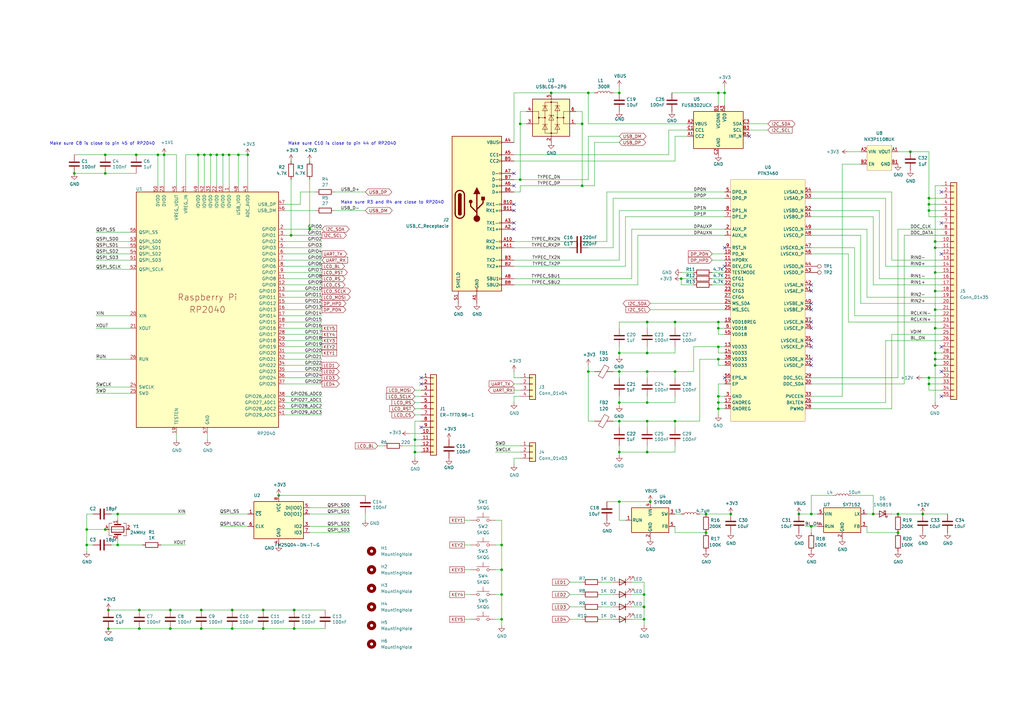
<source format=kicad_sch>
(kicad_sch (version 20210126) (generator eeschema)
  (paper "A3")
  (title_block (title "PenabledDisplay") (date "2021-03-08") (rev "R0.1") (company "Wenting Zhang") (comment 1 "zephray@outlook.com"))
  (junction (at 30.48 71.12) (diameter 0.9144))
  (junction (at 35.56 217.17) (diameter 0.9144))
  (junction (at 35.56 223.52) (diameter 0.9144))
  (junction (at 43.18 63.5) (diameter 0.9144))
  (junction (at 43.18 71.12) (diameter 0.9144))
  (junction (at 43.18 217.17) (diameter 0.9144))
  (junction (at 44.45 250.19) (diameter 0.9144))
  (junction (at 44.45 257.81) (diameter 0.9144))
  (junction (at 48.26 210.82) (diameter 0.9144))
  (junction (at 48.26 223.52) (diameter 0.9144))
  (junction (at 55.88 63.5) (diameter 0.9144))
  (junction (at 57.15 250.19) (diameter 0.9144))
  (junction (at 57.15 257.81) (diameter 0.9144))
  (junction (at 64.77 63.5) (diameter 0.9144))
  (junction (at 67.31 63.5) (diameter 0.9144))
  (junction (at 69.85 250.19) (diameter 0.9144))
  (junction (at 69.85 257.81) (diameter 0.9144))
  (junction (at 81.28 63.5) (diameter 0.9144))
  (junction (at 82.55 250.19) (diameter 0.9144))
  (junction (at 82.55 257.81) (diameter 0.9144))
  (junction (at 83.82 63.5) (diameter 0.9144))
  (junction (at 86.36 63.5) (diameter 0.9144))
  (junction (at 88.9 63.5) (diameter 0.9144))
  (junction (at 91.44 63.5) (diameter 0.9144))
  (junction (at 93.98 63.5) (diameter 0.9144))
  (junction (at 95.25 250.19) (diameter 0.9144))
  (junction (at 95.25 257.81) (diameter 0.9144))
  (junction (at 97.79 63.5) (diameter 0.9144))
  (junction (at 101.6 63.5) (diameter 0.9144))
  (junction (at 107.95 250.19) (diameter 0.9144))
  (junction (at 107.95 257.81) (diameter 0.9144))
  (junction (at 114.3 203.2) (diameter 0.9144))
  (junction (at 119.38 96.52) (diameter 0.9144))
  (junction (at 120.65 250.19) (diameter 0.9144))
  (junction (at 120.65 257.81) (diameter 0.9144))
  (junction (at 127 93.98) (diameter 0.9144))
  (junction (at 170.18 180.34) (diameter 0.9144))
  (junction (at 170.18 185.42) (diameter 0.9144))
  (junction (at 205.74 223.52) (diameter 0.9144))
  (junction (at 205.74 233.68) (diameter 0.9144))
  (junction (at 205.74 243.84) (diameter 0.9144))
  (junction (at 205.74 254) (diameter 0.9144))
  (junction (at 213.36 50.8) (diameter 0.9144))
  (junction (at 213.36 73.66) (diameter 0.9144))
  (junction (at 226.06 38.1) (diameter 0.9144))
  (junction (at 238.76 50.8) (diameter 0.9144))
  (junction (at 238.76 76.2) (diameter 0.9144))
  (junction (at 241.3 38.1) (diameter 0.9144))
  (junction (at 241.3 152.4) (diameter 0.9144))
  (junction (at 254 38.1) (diameter 0.9144))
  (junction (at 254 144.78) (diameter 0.9144))
  (junction (at 254 152.4) (diameter 0.9144))
  (junction (at 254 165.1) (diameter 0.9144))
  (junction (at 254 172.72) (diameter 0.9144))
  (junction (at 254 185.42) (diameter 0.9144))
  (junction (at 254 205.74) (diameter 0.9144))
  (junction (at 264.16 243.84) (diameter 0.9144))
  (junction (at 264.16 248.92) (diameter 0.9144))
  (junction (at 264.16 254) (diameter 0.9144))
  (junction (at 265.43 132.08) (diameter 0.9144))
  (junction (at 265.43 144.78) (diameter 0.9144))
  (junction (at 265.43 152.4) (diameter 0.9144))
  (junction (at 265.43 165.1) (diameter 0.9144))
  (junction (at 265.43 172.72) (diameter 0.9144))
  (junction (at 265.43 185.42) (diameter 0.9144))
  (junction (at 266.7 205.74) (diameter 0.9144))
  (junction (at 276.86 132.08) (diameter 0.9144))
  (junction (at 276.86 152.4) (diameter 0.9144))
  (junction (at 276.86 172.72) (diameter 0.9144))
  (junction (at 279.4 114.3) (diameter 0.9144))
  (junction (at 289.56 210.82) (diameter 0.9144))
  (junction (at 289.56 218.44) (diameter 0.9144))
  (junction (at 294.64 38.1) (diameter 0.9144))
  (junction (at 294.64 132.08) (diameter 0.9144))
  (junction (at 294.64 134.62) (diameter 0.9144))
  (junction (at 294.64 142.24) (diameter 0.9144))
  (junction (at 294.64 147.32) (diameter 0.9144))
  (junction (at 294.64 162.56) (diameter 0.9144))
  (junction (at 294.64 165.1) (diameter 0.9144))
  (junction (at 294.64 167.64) (diameter 0.9144))
  (junction (at 297.18 38.1) (diameter 0.9144))
  (junction (at 299.72 210.82) (diameter 0.9144))
  (junction (at 327.66 210.82) (diameter 0.9144))
  (junction (at 332.74 210.82) (diameter 0.9144))
  (junction (at 332.74 215.9) (diameter 0.9144))
  (junction (at 358.14 210.82) (diameter 0.9144))
  (junction (at 368.3 210.82) (diameter 0.9144))
  (junction (at 368.3 218.44) (diameter 0.9144))
  (junction (at 373.38 62.23) (diameter 0.9144))
  (junction (at 378.46 210.82) (diameter 0.9144))
  (junction (at 381 81.28) (diameter 0.9144))
  (junction (at 381 83.82) (diameter 0.9144))
  (junction (at 381 86.36) (diameter 0.9144))
  (junction (at 381 154.94) (diameter 0.9144))
  (junction (at 381 157.48) (diameter 0.9144))
  (junction (at 383.54 99.06) (diameter 0.9144))
  (junction (at 383.54 101.6) (diameter 0.9144))
  (junction (at 383.54 111.76) (diameter 0.9144))
  (junction (at 383.54 119.38) (diameter 0.9144))
  (junction (at 383.54 127) (diameter 0.9144))
  (junction (at 383.54 134.62) (diameter 0.9144))
  (junction (at 383.54 144.78) (diameter 0.9144))
  (junction (at 383.54 147.32) (diameter 0.9144))
  (junction (at 383.54 149.86) (diameter 0.9144))
  (no_connect (at 172.72 154.94))
  (no_connect (at 172.72 157.48))
  (no_connect (at 172.72 175.26))
  (no_connect (at 210.82 71.12))
  (no_connect (at 210.82 76.2))
  (no_connect (at 210.82 83.82))
  (no_connect (at 210.82 86.36))
  (no_connect (at 210.82 91.44))
  (no_connect (at 210.82 93.98))
  (no_connect (at 297.18 101.6))
  (no_connect (at 297.18 109.22))
  (no_connect (at 297.18 154.94))
  (no_connect (at 307.34 55.88))
  (no_connect (at 332.74 116.84))
  (no_connect (at 332.74 119.38))
  (no_connect (at 332.74 124.46))
  (no_connect (at 332.74 127))
  (no_connect (at 332.74 132.08))
  (no_connect (at 332.74 134.62))
  (no_connect (at 332.74 139.7))
  (no_connect (at 332.74 142.24))
  (no_connect (at 332.74 147.32))
  (no_connect (at 332.74 149.86))
  (no_connect (at 386.08 78.74))
  (no_connect (at 386.08 91.44))
  (no_connect (at 386.08 104.14))
  (no_connect (at 386.08 142.24))
  (no_connect (at 386.08 152.4))
  (no_connect (at 386.08 162.56))
  (wire (pts (xy 30.48 63.5) (xy 43.18 63.5)))
  (wire (pts (xy 30.48 71.12) (xy 43.18 71.12)))
  (wire (pts (xy 35.56 210.82) (xy 35.56 217.17)))
  (wire (pts (xy 35.56 217.17) (xy 35.56 223.52)))
  (wire (pts (xy 35.56 217.17) (xy 43.18 217.17)))
  (wire (pts (xy 35.56 223.52) (xy 35.56 226.06)))
  (wire (pts (xy 35.56 223.52) (xy 38.1 223.52)))
  (wire (pts (xy 38.1 210.82) (xy 35.56 210.82)))
  (wire (pts (xy 39.37 99.06) (xy 53.34 99.06)))
  (wire (pts (xy 39.37 101.6) (xy 53.34 101.6)))
  (wire (pts (xy 39.37 104.14) (xy 53.34 104.14)))
  (wire (pts (xy 39.37 106.68) (xy 53.34 106.68)))
  (wire (pts (xy 39.37 129.54) (xy 53.34 129.54)))
  (wire (pts (xy 39.37 147.32) (xy 53.34 147.32)))
  (wire (pts (xy 43.18 63.5) (xy 55.88 63.5)))
  (wire (pts (xy 43.18 71.12) (xy 55.88 71.12)))
  (wire (pts (xy 44.45 250.19) (xy 57.15 250.19)))
  (wire (pts (xy 44.45 257.81) (xy 57.15 257.81)))
  (wire (pts (xy 45.72 210.82) (xy 48.26 210.82)))
  (wire (pts (xy 48.26 210.82) (xy 76.2 210.82)))
  (wire (pts (xy 48.26 213.36) (xy 48.26 210.82)))
  (wire (pts (xy 48.26 220.98) (xy 48.26 223.52)))
  (wire (pts (xy 48.26 223.52) (xy 45.72 223.52)))
  (wire (pts (xy 53.34 95.25) (xy 39.37 95.25)))
  (wire (pts (xy 53.34 110.49) (xy 39.37 110.49)))
  (wire (pts (xy 53.34 134.62) (xy 39.37 134.62)))
  (wire (pts (xy 53.34 158.75) (xy 39.37 158.75)))
  (wire (pts (xy 53.34 161.29) (xy 39.37 161.29)))
  (wire (pts (xy 53.34 217.17) (xy 43.18 217.17)))
  (wire (pts (xy 55.88 63.5) (xy 64.77 63.5)))
  (wire (pts (xy 57.15 250.19) (xy 69.85 250.19)))
  (wire (pts (xy 57.15 257.81) (xy 69.85 257.81)))
  (wire (pts (xy 58.42 223.52) (xy 48.26 223.52)))
  (wire (pts (xy 64.77 63.5) (xy 64.77 76.2)))
  (wire (pts (xy 66.04 223.52) (xy 76.2 223.52)))
  (wire (pts (xy 67.31 63.5) (xy 64.77 63.5)))
  (wire (pts (xy 67.31 63.5) (xy 72.39 63.5)))
  (wire (pts (xy 67.31 76.2) (xy 67.31 63.5)))
  (wire (pts (xy 69.85 250.19) (xy 82.55 250.19)))
  (wire (pts (xy 69.85 257.81) (xy 82.55 257.81)))
  (wire (pts (xy 72.39 63.5) (xy 72.39 76.2)))
  (wire (pts (xy 72.39 177.8) (xy 72.39 180.34)))
  (wire (pts (xy 76.2 63.5) (xy 81.28 63.5)))
  (wire (pts (xy 76.2 76.2) (xy 76.2 63.5)))
  (wire (pts (xy 81.28 63.5) (xy 83.82 63.5)))
  (wire (pts (xy 81.28 76.2) (xy 81.28 63.5)))
  (wire (pts (xy 82.55 250.19) (xy 95.25 250.19)))
  (wire (pts (xy 82.55 257.81) (xy 95.25 257.81)))
  (wire (pts (xy 83.82 63.5) (xy 86.36 63.5)))
  (wire (pts (xy 83.82 76.2) (xy 83.82 63.5)))
  (wire (pts (xy 85.09 177.8) (xy 85.09 180.34)))
  (wire (pts (xy 86.36 63.5) (xy 88.9 63.5)))
  (wire (pts (xy 86.36 76.2) (xy 86.36 63.5)))
  (wire (pts (xy 88.9 63.5) (xy 91.44 63.5)))
  (wire (pts (xy 88.9 76.2) (xy 88.9 63.5)))
  (wire (pts (xy 90.17 210.82) (xy 101.6 210.82)))
  (wire (pts (xy 90.17 215.9) (xy 101.6 215.9)))
  (wire (pts (xy 91.44 63.5) (xy 93.98 63.5)))
  (wire (pts (xy 91.44 76.2) (xy 91.44 63.5)))
  (wire (pts (xy 93.98 63.5) (xy 93.98 76.2)))
  (wire (pts (xy 93.98 63.5) (xy 97.79 63.5)))
  (wire (pts (xy 95.25 250.19) (xy 107.95 250.19)))
  (wire (pts (xy 95.25 257.81) (xy 107.95 257.81)))
  (wire (pts (xy 97.79 63.5) (xy 101.6 63.5)))
  (wire (pts (xy 97.79 76.2) (xy 97.79 63.5)))
  (wire (pts (xy 101.6 63.5) (xy 101.6 76.2)))
  (wire (pts (xy 107.95 250.19) (xy 120.65 250.19)))
  (wire (pts (xy 107.95 257.81) (xy 120.65 257.81)))
  (wire (pts (xy 114.3 203.2) (xy 149.86 203.2)))
  (wire (pts (xy 116.84 83.82) (xy 123.19 83.82)))
  (wire (pts (xy 116.84 86.36) (xy 129.54 86.36)))
  (wire (pts (xy 116.84 93.98) (xy 127 93.98)))
  (wire (pts (xy 116.84 96.52) (xy 119.38 96.52)))
  (wire (pts (xy 116.84 99.06) (xy 132.08 99.06)))
  (wire (pts (xy 116.84 101.6) (xy 132.08 101.6)))
  (wire (pts (xy 116.84 104.14) (xy 132.08 104.14)))
  (wire (pts (xy 116.84 106.68) (xy 132.08 106.68)))
  (wire (pts (xy 116.84 109.22) (xy 132.08 109.22)))
  (wire (pts (xy 116.84 111.76) (xy 132.08 111.76)))
  (wire (pts (xy 116.84 114.3) (xy 132.08 114.3)))
  (wire (pts (xy 116.84 116.84) (xy 132.08 116.84)))
  (wire (pts (xy 116.84 119.38) (xy 132.08 119.38)))
  (wire (pts (xy 116.84 121.92) (xy 132.08 121.92)))
  (wire (pts (xy 116.84 124.46) (xy 132.08 124.46)))
  (wire (pts (xy 116.84 127) (xy 132.08 127)))
  (wire (pts (xy 116.84 129.54) (xy 132.08 129.54)))
  (wire (pts (xy 116.84 132.08) (xy 132.08 132.08)))
  (wire (pts (xy 116.84 134.62) (xy 132.08 134.62)))
  (wire (pts (xy 116.84 137.16) (xy 132.08 137.16)))
  (wire (pts (xy 116.84 139.7) (xy 132.08 139.7)))
  (wire (pts (xy 116.84 142.24) (xy 132.08 142.24)))
  (wire (pts (xy 116.84 144.78) (xy 132.08 144.78)))
  (wire (pts (xy 116.84 147.32) (xy 132.08 147.32)))
  (wire (pts (xy 116.84 149.86) (xy 132.08 149.86)))
  (wire (pts (xy 116.84 152.4) (xy 132.08 152.4)))
  (wire (pts (xy 116.84 154.94) (xy 132.08 154.94)))
  (wire (pts (xy 116.84 157.48) (xy 132.08 157.48)))
  (wire (pts (xy 116.84 162.56) (xy 132.08 162.56)))
  (wire (pts (xy 116.84 165.1) (xy 132.08 165.1)))
  (wire (pts (xy 116.84 167.64) (xy 132.08 167.64)))
  (wire (pts (xy 116.84 170.18) (xy 132.08 170.18)))
  (wire (pts (xy 119.38 73.66) (xy 119.38 96.52)))
  (wire (pts (xy 119.38 96.52) (xy 132.08 96.52)))
  (wire (pts (xy 120.65 250.19) (xy 133.35 250.19)))
  (wire (pts (xy 120.65 257.81) (xy 133.35 257.81)))
  (wire (pts (xy 123.19 78.74) (xy 123.19 83.82)))
  (wire (pts (xy 123.19 78.74) (xy 129.54 78.74)))
  (wire (pts (xy 127 73.66) (xy 127 93.98)))
  (wire (pts (xy 127 93.98) (xy 132.08 93.98)))
  (wire (pts (xy 127 208.28) (xy 143.51 208.28)))
  (wire (pts (xy 127 210.82) (xy 143.51 210.82)))
  (wire (pts (xy 127 215.9) (xy 143.51 215.9)))
  (wire (pts (xy 127 218.44) (xy 143.51 218.44)))
  (wire (pts (xy 137.16 78.74) (xy 149.86 78.74)))
  (wire (pts (xy 137.16 86.36) (xy 149.86 86.36)))
  (wire (pts (xy 149.86 210.82) (xy 149.86 213.36)))
  (wire (pts (xy 154.94 182.88) (xy 157.48 182.88)))
  (wire (pts (xy 165.1 182.88) (xy 172.72 182.88)))
  (wire (pts (xy 167.64 177.8) (xy 172.72 177.8)))
  (wire (pts (xy 170.18 160.02) (xy 172.72 160.02)))
  (wire (pts (xy 170.18 162.56) (xy 172.72 162.56)))
  (wire (pts (xy 170.18 165.1) (xy 172.72 165.1)))
  (wire (pts (xy 170.18 167.64) (xy 172.72 167.64)))
  (wire (pts (xy 170.18 170.18) (xy 172.72 170.18)))
  (wire (pts (xy 170.18 172.72) (xy 170.18 180.34)))
  (wire (pts (xy 170.18 180.34) (xy 170.18 185.42)))
  (wire (pts (xy 170.18 180.34) (xy 172.72 180.34)))
  (wire (pts (xy 170.18 185.42) (xy 170.18 187.96)))
  (wire (pts (xy 170.18 185.42) (xy 172.72 185.42)))
  (wire (pts (xy 172.72 172.72) (xy 170.18 172.72)))
  (wire (pts (xy 190.5 213.36) (xy 193.04 213.36)))
  (wire (pts (xy 190.5 223.52) (xy 193.04 223.52)))
  (wire (pts (xy 190.5 233.68) (xy 193.04 233.68)))
  (wire (pts (xy 190.5 243.84) (xy 193.04 243.84)))
  (wire (pts (xy 190.5 254) (xy 193.04 254)))
  (wire (pts (xy 203.2 182.88) (xy 213.36 182.88)))
  (wire (pts (xy 203.2 185.42) (xy 213.36 185.42)))
  (wire (pts (xy 203.2 213.36) (xy 205.74 213.36)))
  (wire (pts (xy 203.2 223.52) (xy 205.74 223.52)))
  (wire (pts (xy 203.2 233.68) (xy 205.74 233.68)))
  (wire (pts (xy 203.2 243.84) (xy 205.74 243.84)))
  (wire (pts (xy 203.2 254) (xy 205.74 254)))
  (wire (pts (xy 205.74 213.36) (xy 205.74 223.52)))
  (wire (pts (xy 205.74 223.52) (xy 205.74 233.68)))
  (wire (pts (xy 205.74 233.68) (xy 205.74 243.84)))
  (wire (pts (xy 205.74 243.84) (xy 205.74 254)))
  (wire (pts (xy 205.74 254) (xy 205.74 256.54)))
  (wire (pts (xy 210.82 38.1) (xy 226.06 38.1)))
  (wire (pts (xy 210.82 58.42) (xy 210.82 38.1)))
  (wire (pts (xy 210.82 66.04) (xy 276.86 66.04)))
  (wire (pts (xy 210.82 73.66) (xy 213.36 73.66)))
  (wire (pts (xy 210.82 78.74) (xy 213.36 78.74)))
  (wire (pts (xy 210.82 99.06) (xy 233.68 99.06)))
  (wire (pts (xy 210.82 101.6) (xy 233.68 101.6)))
  (wire (pts (xy 210.82 106.68) (xy 254 106.68)))
  (wire (pts (xy 210.82 116.84) (xy 261.62 116.84)))
  (wire (pts (xy 210.82 152.4) (xy 210.82 154.94)))
  (wire (pts (xy 210.82 154.94) (xy 213.36 154.94)))
  (wire (pts (xy 210.82 157.48) (xy 213.36 157.48)))
  (wire (pts (xy 210.82 160.02) (xy 213.36 160.02)))
  (wire (pts (xy 210.82 162.56) (xy 213.36 162.56)))
  (wire (pts (xy 210.82 165.1) (xy 210.82 162.56)))
  (wire (pts (xy 210.82 187.96) (xy 210.82 190.5)))
  (wire (pts (xy 213.36 45.72) (xy 213.36 50.8)))
  (wire (pts (xy 213.36 50.8) (xy 213.36 73.66)))
  (wire (pts (xy 213.36 73.66) (xy 241.3 73.66)))
  (wire (pts (xy 213.36 76.2) (xy 238.76 76.2)))
  (wire (pts (xy 213.36 78.74) (xy 213.36 76.2)))
  (wire (pts (xy 213.36 187.96) (xy 210.82 187.96)))
  (wire (pts (xy 215.9 45.72) (xy 213.36 45.72)))
  (wire (pts (xy 215.9 50.8) (xy 213.36 50.8)))
  (wire (pts (xy 226.06 38.1) (xy 241.3 38.1)))
  (wire (pts (xy 233.68 238.76) (xy 238.76 238.76)))
  (wire (pts (xy 233.68 243.84) (xy 238.76 243.84)))
  (wire (pts (xy 233.68 248.92) (xy 238.76 248.92)))
  (wire (pts (xy 233.68 254) (xy 238.76 254)))
  (wire (pts (xy 236.22 45.72) (xy 238.76 45.72)))
  (wire (pts (xy 236.22 50.8) (xy 238.76 50.8)))
  (wire (pts (xy 238.76 45.72) (xy 238.76 50.8)))
  (wire (pts (xy 238.76 50.8) (xy 238.76 76.2)))
  (wire (pts (xy 241.3 38.1) (xy 241.3 50.8)))
  (wire (pts (xy 241.3 50.8) (xy 281.94 50.8)))
  (wire (pts (xy 241.3 55.88) (xy 241.3 73.66)))
  (wire (pts (xy 241.3 55.88) (xy 254 55.88)))
  (wire (pts (xy 241.3 99.06) (xy 248.92 99.06)))
  (wire (pts (xy 241.3 101.6) (xy 251.46 101.6)))
  (wire (pts (xy 241.3 149.86) (xy 241.3 152.4)))
  (wire (pts (xy 241.3 152.4) (xy 241.3 172.72)))
  (wire (pts (xy 241.3 152.4) (xy 243.84 152.4)))
  (wire (pts (xy 241.3 172.72) (xy 243.84 172.72)))
  (wire (pts (xy 243.84 38.1) (xy 241.3 38.1)))
  (wire (pts (xy 243.84 58.42) (xy 243.84 76.2)))
  (wire (pts (xy 243.84 58.42) (xy 254 58.42)))
  (wire (pts (xy 243.84 76.2) (xy 238.76 76.2)))
  (wire (pts (xy 246.38 238.76) (xy 251.46 238.76)))
  (wire (pts (xy 246.38 243.84) (xy 251.46 243.84)))
  (wire (pts (xy 246.38 248.92) (xy 251.46 248.92)))
  (wire (pts (xy 246.38 254) (xy 251.46 254)))
  (wire (pts (xy 248.92 78.74) (xy 297.18 78.74)))
  (wire (pts (xy 248.92 99.06) (xy 248.92 78.74)))
  (wire (pts (xy 248.92 205.74) (xy 254 205.74)))
  (wire (pts (xy 251.46 81.28) (xy 297.18 81.28)))
  (wire (pts (xy 251.46 101.6) (xy 251.46 81.28)))
  (wire (pts (xy 251.46 152.4) (xy 254 152.4)))
  (wire (pts (xy 251.46 172.72) (xy 254 172.72)))
  (wire (pts (xy 254 35.56) (xy 254 38.1)))
  (wire (pts (xy 254 38.1) (xy 251.46 38.1)))
  (wire (pts (xy 254 86.36) (xy 297.18 86.36)))
  (wire (pts (xy 254 106.68) (xy 254 86.36)))
  (wire (pts (xy 254 132.08) (xy 254 134.62)))
  (wire (pts (xy 254 142.24) (xy 254 144.78)))
  (wire (pts (xy 254 144.78) (xy 254 146.05)))
  (wire (pts (xy 254 152.4) (xy 254 154.94)))
  (wire (pts (xy 254 162.56) (xy 254 165.1)))
  (wire (pts (xy 254 165.1) (xy 254 166.37)))
  (wire (pts (xy 254 172.72) (xy 254 175.26)))
  (wire (pts (xy 254 182.88) (xy 254 185.42)))
  (wire (pts (xy 254 185.42) (xy 254 186.69)))
  (wire (pts (xy 254 205.74) (xy 254 213.36)))
  (wire (pts (xy 254 205.74) (xy 266.7 205.74)))
  (wire (pts (xy 254 213.36) (xy 256.54 213.36)))
  (wire (pts (xy 256.54 88.9) (xy 256.54 109.22)))
  (wire (pts (xy 256.54 88.9) (xy 297.18 88.9)))
  (wire (pts (xy 256.54 109.22) (xy 210.82 109.22)))
  (wire (pts (xy 259.08 93.98) (xy 259.08 114.3)))
  (wire (pts (xy 259.08 93.98) (xy 297.18 93.98)))
  (wire (pts (xy 259.08 114.3) (xy 210.82 114.3)))
  (wire (pts (xy 259.08 238.76) (xy 264.16 238.76)))
  (wire (pts (xy 259.08 243.84) (xy 264.16 243.84)))
  (wire (pts (xy 259.08 248.92) (xy 264.16 248.92)))
  (wire (pts (xy 259.08 254) (xy 264.16 254)))
  (wire (pts (xy 261.62 96.52) (xy 297.18 96.52)))
  (wire (pts (xy 261.62 116.84) (xy 261.62 96.52)))
  (wire (pts (xy 264.16 238.76) (xy 264.16 243.84)))
  (wire (pts (xy 264.16 243.84) (xy 264.16 248.92)))
  (wire (pts (xy 264.16 248.92) (xy 264.16 254)))
  (wire (pts (xy 264.16 254) (xy 264.16 256.54)))
  (wire (pts (xy 265.43 132.08) (xy 254 132.08)))
  (wire (pts (xy 265.43 132.08) (xy 265.43 134.62)))
  (wire (pts (xy 265.43 142.24) (xy 265.43 144.78)))
  (wire (pts (xy 265.43 144.78) (xy 254 144.78)))
  (wire (pts (xy 265.43 144.78) (xy 276.86 144.78)))
  (wire (pts (xy 265.43 152.4) (xy 254 152.4)))
  (wire (pts (xy 265.43 152.4) (xy 265.43 154.94)))
  (wire (pts (xy 265.43 162.56) (xy 265.43 165.1)))
  (wire (pts (xy 265.43 165.1) (xy 254 165.1)))
  (wire (pts (xy 265.43 165.1) (xy 276.86 165.1)))
  (wire (pts (xy 265.43 172.72) (xy 254 172.72)))
  (wire (pts (xy 265.43 172.72) (xy 265.43 175.26)))
  (wire (pts (xy 265.43 182.88) (xy 265.43 185.42)))
  (wire (pts (xy 265.43 185.42) (xy 254 185.42)))
  (wire (pts (xy 265.43 185.42) (xy 276.86 185.42)))
  (wire (pts (xy 266.7 124.46) (xy 297.18 124.46)))
  (wire (pts (xy 266.7 127) (xy 297.18 127)))
  (wire (pts (xy 274.32 53.34) (xy 274.32 63.5)))
  (wire (pts (xy 274.32 63.5) (xy 210.82 63.5)))
  (wire (pts (xy 275.59 38.1) (xy 294.64 38.1)))
  (wire (pts (xy 276.86 55.88) (xy 281.94 55.88)))
  (wire (pts (xy 276.86 66.04) (xy 276.86 55.88)))
  (wire (pts (xy 276.86 132.08) (xy 265.43 132.08)))
  (wire (pts (xy 276.86 132.08) (xy 276.86 134.62)))
  (wire (pts (xy 276.86 132.08) (xy 294.64 132.08)))
  (wire (pts (xy 276.86 142.24) (xy 276.86 144.78)))
  (wire (pts (xy 276.86 152.4) (xy 265.43 152.4)))
  (wire (pts (xy 276.86 152.4) (xy 276.86 154.94)))
  (wire (pts (xy 276.86 152.4) (xy 284.48 152.4)))
  (wire (pts (xy 276.86 162.56) (xy 276.86 165.1)))
  (wire (pts (xy 276.86 172.72) (xy 265.43 172.72)))
  (wire (pts (xy 276.86 172.72) (xy 276.86 175.26)))
  (wire (pts (xy 276.86 172.72) (xy 287.02 172.72)))
  (wire (pts (xy 276.86 182.88) (xy 276.86 185.42)))
  (wire (pts (xy 276.86 218.44) (xy 276.86 215.9)))
  (wire (pts (xy 279.4 111.76) (xy 284.48 111.76)))
  (wire (pts (xy 279.4 114.3) (xy 279.4 116.84)))
  (wire (pts (xy 279.4 114.3) (xy 284.48 114.3)))
  (wire (pts (xy 279.4 116.84) (xy 284.48 116.84)))
  (wire (pts (xy 279.4 210.82) (xy 276.86 210.82)))
  (wire (pts (xy 281.94 53.34) (xy 274.32 53.34)))
  (wire (pts (xy 284.48 142.24) (xy 284.48 152.4)))
  (wire (pts (xy 284.48 142.24) (xy 294.64 142.24)))
  (wire (pts (xy 287.02 147.32) (xy 294.64 147.32)))
  (wire (pts (xy 287.02 172.72) (xy 287.02 147.32)))
  (wire (pts (xy 289.56 210.82) (xy 287.02 210.82)))
  (wire (pts (xy 289.56 218.44) (xy 276.86 218.44)))
  (wire (pts (xy 292.1 104.14) (xy 297.18 104.14)))
  (wire (pts (xy 292.1 106.68) (xy 297.18 106.68)))
  (wire (pts (xy 292.1 111.76) (xy 297.18 111.76)))
  (wire (pts (xy 292.1 114.3) (xy 297.18 114.3)))
  (wire (pts (xy 292.1 116.84) (xy 297.18 116.84)))
  (wire (pts (xy 294.64 38.1) (xy 294.64 43.18)))
  (wire (pts (xy 294.64 38.1) (xy 297.18 38.1)))
  (wire (pts (xy 294.64 132.08) (xy 297.18 132.08)))
  (wire (pts (xy 294.64 134.62) (xy 294.64 132.08)))
  (wire (pts (xy 294.64 134.62) (xy 297.18 134.62)))
  (wire (pts (xy 294.64 137.16) (xy 294.64 134.62)))
  (wire (pts (xy 294.64 142.24) (xy 297.18 142.24)))
  (wire (pts (xy 294.64 144.78) (xy 294.64 142.24)))
  (wire (pts (xy 294.64 147.32) (xy 297.18 147.32)))
  (wire (pts (xy 294.64 149.86) (xy 294.64 147.32)))
  (wire (pts (xy 294.64 149.86) (xy 297.18 149.86)))
  (wire (pts (xy 294.64 157.48) (xy 294.64 162.56)))
  (wire (pts (xy 294.64 162.56) (xy 294.64 165.1)))
  (wire (pts (xy 294.64 162.56) (xy 297.18 162.56)))
  (wire (pts (xy 294.64 165.1) (xy 294.64 167.64)))
  (wire (pts (xy 294.64 165.1) (xy 297.18 165.1)))
  (wire (pts (xy 294.64 167.64) (xy 294.64 170.18)))
  (wire (pts (xy 294.64 167.64) (xy 297.18 167.64)))
  (wire (pts (xy 297.18 35.56) (xy 297.18 38.1)))
  (wire (pts (xy 297.18 38.1) (xy 297.18 43.18)))
  (wire (pts (xy 297.18 137.16) (xy 294.64 137.16)))
  (wire (pts (xy 297.18 144.78) (xy 294.64 144.78)))
  (wire (pts (xy 297.18 157.48) (xy 294.64 157.48)))
  (wire (pts (xy 299.72 210.82) (xy 289.56 210.82)))
  (wire (pts (xy 307.34 50.8) (xy 314.96 50.8)))
  (wire (pts (xy 307.34 53.34) (xy 314.96 53.34)))
  (wire (pts (xy 327.66 210.82) (xy 332.74 210.82)))
  (wire (pts (xy 330.2 215.9) (xy 332.74 215.9)))
  (wire (pts (xy 332.74 78.74) (xy 365.76 78.74)))
  (wire (pts (xy 332.74 81.28) (xy 363.22 81.28)))
  (wire (pts (xy 332.74 86.36) (xy 360.68 86.36)))
  (wire (pts (xy 332.74 93.98) (xy 355.6 93.98)))
  (wire (pts (xy 332.74 101.6) (xy 350.52 101.6)))
  (wire (pts (xy 332.74 157.48) (xy 370.84 157.48)))
  (wire (pts (xy 332.74 162.56) (xy 345.44 162.56)))
  (wire (pts (xy 332.74 165.1) (xy 363.22 165.1)))
  (wire (pts (xy 332.74 203.2) (xy 341.63 203.2)))
  (wire (pts (xy 332.74 210.82) (xy 332.74 203.2)))
  (wire (pts (xy 332.74 210.82) (xy 335.28 210.82)))
  (wire (pts (xy 332.74 215.9) (xy 332.74 218.44)))
  (wire (pts (xy 332.74 215.9) (xy 335.28 215.9)))
  (wire (pts (xy 345.44 67.31) (xy 353.06 67.31)))
  (wire (pts (xy 345.44 162.56) (xy 345.44 67.31)))
  (wire (pts (xy 347.98 62.23) (xy 353.06 62.23)))
  (wire (pts (xy 347.98 104.14) (xy 332.74 104.14)))
  (wire (pts (xy 347.98 132.08) (xy 347.98 104.14)))
  (wire (pts (xy 347.98 132.08) (xy 386.08 132.08)))
  (wire (pts (xy 349.25 203.2) (xy 358.14 203.2)))
  (wire (pts (xy 350.52 101.6) (xy 350.52 129.54)))
  (wire (pts (xy 350.52 129.54) (xy 386.08 129.54)))
  (wire (pts (xy 353.06 96.52) (xy 332.74 96.52)))
  (wire (pts (xy 353.06 124.46) (xy 353.06 96.52)))
  (wire (pts (xy 353.06 124.46) (xy 386.08 124.46)))
  (wire (pts (xy 355.6 93.98) (xy 355.6 121.92)))
  (wire (pts (xy 355.6 121.92) (xy 386.08 121.92)))
  (wire (pts (xy 355.6 218.44) (xy 355.6 215.9)))
  (wire (pts (xy 358.14 88.9) (xy 332.74 88.9)))
  (wire (pts (xy 358.14 116.84) (xy 358.14 88.9)))
  (wire (pts (xy 358.14 116.84) (xy 386.08 116.84)))
  (wire (pts (xy 358.14 203.2) (xy 358.14 210.82)))
  (wire (pts (xy 358.14 210.82) (xy 355.6 210.82)))
  (wire (pts (xy 360.68 86.36) (xy 360.68 114.3)))
  (wire (pts (xy 360.68 114.3) (xy 386.08 114.3)))
  (wire (pts (xy 363.22 81.28) (xy 363.22 109.22)))
  (wire (pts (xy 363.22 109.22) (xy 386.08 109.22)))
  (wire (pts (xy 363.22 139.7) (xy 363.22 165.1)))
  (wire (pts (xy 365.76 78.74) (xy 365.76 106.68)))
  (wire (pts (xy 365.76 106.68) (xy 386.08 106.68)))
  (wire (pts (xy 365.76 137.16) (xy 365.76 167.64)))
  (wire (pts (xy 365.76 167.64) (xy 332.74 167.64)))
  (wire (pts (xy 368.3 62.23) (xy 373.38 62.23)))
  (wire (pts (xy 368.3 93.98) (xy 368.3 154.94)))
  (wire (pts (xy 368.3 154.94) (xy 332.74 154.94)))
  (wire (pts (xy 368.3 210.82) (xy 365.76 210.82)))
  (wire (pts (xy 368.3 210.82) (xy 378.46 210.82)))
  (wire (pts (xy 368.3 218.44) (xy 355.6 218.44)))
  (wire (pts (xy 370.84 96.52) (xy 386.08 96.52)))
  (wire (pts (xy 370.84 157.48) (xy 370.84 96.52)))
  (wire (pts (xy 373.38 62.23) (xy 381 62.23)))
  (wire (pts (xy 378.46 154.94) (xy 381 154.94)))
  (wire (pts (xy 378.46 210.82) (xy 388.62 210.82)))
  (wire (pts (xy 381 62.23) (xy 381 81.28)))
  (wire (pts (xy 381 81.28) (xy 386.08 81.28)))
  (wire (pts (xy 381 83.82) (xy 381 81.28)))
  (wire (pts (xy 381 86.36) (xy 381 83.82)))
  (wire (pts (xy 381 88.9) (xy 381 86.36)))
  (wire (pts (xy 381 154.94) (xy 386.08 154.94)))
  (wire (pts (xy 381 157.48) (xy 381 154.94)))
  (wire (pts (xy 381 157.48) (xy 386.08 157.48)))
  (wire (pts (xy 381 160.02) (xy 381 157.48)))
  (wire (pts (xy 381 160.02) (xy 386.08 160.02)))
  (wire (pts (xy 383.54 76.2) (xy 383.54 99.06)))
  (wire (pts (xy 383.54 99.06) (xy 383.54 101.6)))
  (wire (pts (xy 383.54 99.06) (xy 386.08 99.06)))
  (wire (pts (xy 383.54 101.6) (xy 383.54 111.76)))
  (wire (pts (xy 383.54 101.6) (xy 386.08 101.6)))
  (wire (pts (xy 383.54 111.76) (xy 383.54 119.38)))
  (wire (pts (xy 383.54 111.76) (xy 386.08 111.76)))
  (wire (pts (xy 383.54 119.38) (xy 383.54 127)))
  (wire (pts (xy 383.54 119.38) (xy 386.08 119.38)))
  (wire (pts (xy 383.54 127) (xy 383.54 134.62)))
  (wire (pts (xy 383.54 127) (xy 386.08 127)))
  (wire (pts (xy 383.54 134.62) (xy 383.54 144.78)))
  (wire (pts (xy 383.54 134.62) (xy 386.08 134.62)))
  (wire (pts (xy 383.54 144.78) (xy 383.54 147.32)))
  (wire (pts (xy 383.54 144.78) (xy 386.08 144.78)))
  (wire (pts (xy 383.54 147.32) (xy 383.54 149.86)))
  (wire (pts (xy 383.54 147.32) (xy 386.08 147.32)))
  (wire (pts (xy 383.54 149.86) (xy 383.54 165.1)))
  (wire (pts (xy 383.54 149.86) (xy 386.08 149.86)))
  (wire (pts (xy 386.08 76.2) (xy 383.54 76.2)))
  (wire (pts (xy 386.08 83.82) (xy 381 83.82)))
  (wire (pts (xy 386.08 86.36) (xy 381 86.36)))
  (wire (pts (xy 386.08 88.9) (xy 381 88.9)))
  (wire (pts (xy 386.08 93.98) (xy 368.3 93.98)))
  (wire (pts (xy 386.08 137.16) (xy 365.76 137.16)))
  (wire (pts (xy 386.08 139.7) (xy 363.22 139.7)))
  (text "Make sure C8 is close to pin 45 of RP2040" (at 20.32 59.69 0) (effects (font (size 1.27 1.27)) (justify left bottom)))
  (text "Make sure C10 is close to pin 44 of RP2040" (at 118.11 59.69 0) (effects (font (size 1.27 1.27)) (justify left bottom)))
  (text "Make sure R3 and R4 are close to RP2040" (at 139.7 83.82 0) (effects (font (size 1.27 1.27)) (justify left bottom)))
  (label "QSPI_SS" (at 39.37 95.25 0))
  (label "QSPI_SD0" (at 39.37 99.06 0))
  (label "QSPI_SD1" (at 39.37 101.6 0))
  (label "QSPI_SD2" (at 39.37 104.14 0))
  (label "QSPI_SD3" (at 39.37 106.68 0))
  (label "QSPI_SCLK" (at 39.37 110.49 0))
  (label "XIN" (at 39.37 129.54 0))
  (label "XOUT" (at 39.37 134.62 0))
  (label "RUN" (at 39.37 147.32 0))
  (label "SWCLK" (at 39.37 158.75 0))
  (label "SWD" (at 39.37 161.29 0))
  (label "XIN" (at 76.2 210.82 180))
  (label "XOUT" (at 76.2 223.52 180))
  (label "QSPI_SS" (at 90.17 210.82 0))
  (label "QSPI_SCLK" (at 90.17 215.9 0))
  (label "GPIO0" (at 132.08 93.98 180))
  (label "GPIO1" (at 132.08 96.52 180))
  (label "GPIO2" (at 132.08 99.06 180))
  (label "GPIO3" (at 132.08 101.6 180))
  (label "GPIO4" (at 132.08 104.14 180))
  (label "GPIO5" (at 132.08 106.68 180))
  (label "GPIO6" (at 132.08 109.22 180))
  (label "GPIO7" (at 132.08 111.76 180))
  (label "GPIO8" (at 132.08 114.3 180))
  (label "GPIO9" (at 132.08 116.84 180))
  (label "GPIO10" (at 132.08 119.38 180))
  (label "GPIO11" (at 132.08 121.92 180))
  (label "GPIO12" (at 132.08 124.46 180))
  (label "GPIO13" (at 132.08 127 180))
  (label "GPIO14" (at 132.08 129.54 180))
  (label "GPIO15" (at 132.08 132.08 180))
  (label "GPIO16" (at 132.08 134.62 180))
  (label "GPIO17" (at 132.08 137.16 180))
  (label "GPIO18" (at 132.08 139.7 180))
  (label "GPIO19" (at 132.08 142.24 180))
  (label "GPIO20" (at 132.08 144.78 180))
  (label "GPIO21" (at 132.08 147.32 180))
  (label "GPIO22" (at 132.08 149.86 180))
  (label "GPIO23" (at 132.08 152.4 180))
  (label "GPIO24" (at 132.08 154.94 180))
  (label "GPIO25" (at 132.08 157.48 180))
  (label "GPIO26_ADC0" (at 132.08 162.56 180))
  (label "GPIO27_ADC1" (at 132.08 165.1 180))
  (label "GPIO28_ADC2" (at 132.08 167.64 180))
  (label "GPIO29_ADC3" (at 132.08 170.18 180))
  (label "USB_D+" (at 139.7 78.74 0))
  (label "USB_D-" (at 139.7 86.36 0))
  (label "QSPI_SD0" (at 143.51 208.28 180))
  (label "QSPI_SD1" (at 143.51 210.82 180))
  (label "QSPI_SD2" (at 143.51 215.9 180))
  (label "QSPI_SD3" (at 143.51 218.44 180))
  (label "SWD" (at 203.2 182.88 0))
  (label "SWCLK" (at 203.2 185.42 0))
  (label "TYPEC_DN" (at 229.87 73.66 180))
  (label "TYPEC_DP" (at 229.87 76.2 180))
  (label "TYPEC_RX2N" (at 229.87 99.06 180))
  (label "TYPEC_RX2P" (at 229.87 101.6 180))
  (label "TYPEC_TX2N" (at 229.87 106.68 180))
  (label "TYPEC_TX2P" (at 229.87 109.22 180))
  (label "TYPEC_SBU1" (at 229.87 114.3 180))
  (label "TYPEC_SBU2" (at 229.87 116.84 180))
  (label "DP0N" (at 284.48 78.74 0))
  (label "DP0P" (at 284.48 81.28 0))
  (label "DP1N" (at 284.48 86.36 0))
  (label "DP1P" (at 284.48 88.9 0))
  (label "DPAUXP" (at 284.48 93.98 0))
  (label "DPAUXN" (at 284.48 96.52 0))
  (label "BL_ON" (at 330.2 215.9 0))
  (label "DDC_CLK" (at 373.38 93.98 0))
  (label "DDC_DATA" (at 373.38 96.52 0))
  (label "RIN0-" (at 373.38 106.68 0))
  (label "RIN0+" (at 373.38 109.22 0))
  (label "RIN1-" (at 373.38 114.3 0))
  (label "RIN1+" (at 373.38 116.84 0))
  (label "RIN2-" (at 373.38 121.92 0))
  (label "RIN2+" (at 373.38 124.46 0))
  (label "RCLKIN-" (at 373.38 129.54 0))
  (label "RCLKIN+" (at 373.38 132.08 0))
  (label "VDIM" (at 373.38 137.16 0))
  (label "BL_ON" (at 373.38 139.7 0))
  (global_label "I2C_SDA" (shape bidirectional) (at 132.08 93.98 0) (property "Intersheet References" "${INTERSHEET_REFS}" (effects hide)))
  (global_label "I2C_SCL" (shape output) (at 132.08 96.52 0) (property "Intersheet References" "${INTERSHEET_REFS}" (effects hide)))
  (global_label "UART_TX" (shape output) (at 132.08 104.14 0) (property "Intersheet References" "${INTERSHEET_REFS}" (effects hide)))
  (global_label "UART_RX" (shape input) (at 132.08 106.68 0) (property "Intersheet References" "${INTERSHEET_REFS}" (effects hide)))
  (global_label "LCD_BL" (shape output) (at 132.08 109.22 0) (property "Intersheet References" "${INTERSHEET_REFS}" (effects hide)))
  (global_label "LCD_RST" (shape output) (at 132.08 111.76 0) (property "Intersheet References" "${INTERSHEET_REFS}" (effects hide)))
  (global_label "LCD_RS" (shape output) (at 132.08 114.3 0) (property "Intersheet References" "${INTERSHEET_REFS}" (effects hide)))
  (global_label "LCD_CS" (shape output) (at 132.08 116.84 0) (property "Intersheet References" "${INTERSHEET_REFS}" (effects hide)))
  (global_label "LCD_SCLK" (shape output) (at 132.08 119.38 0) (property "Intersheet References" "${INTERSHEET_REFS}" (effects hide)))
  (global_label "LCD_MOSI" (shape output) (at 132.08 121.92 0) (property "Intersheet References" "${INTERSHEET_REFS}" (effects hide)))
  (global_label "DP_HPD" (shape output) (at 132.08 124.46 0) (property "Intersheet References" "${INTERSHEET_REFS}" (effects hide)))
  (global_label "DP_PDN" (shape output) (at 132.08 127 0) (property "Intersheet References" "${INTERSHEET_REFS}" (effects hide)))
  (global_label "KEY5" (shape passive) (at 132.08 134.62 0) (property "Intersheet References" "${INTERSHEET_REFS}" (effects hide)))
  (global_label "KEY4" (shape passive) (at 132.08 137.16 0) (property "Intersheet References" "${INTERSHEET_REFS}" (effects hide)))
  (global_label "KEY3" (shape passive) (at 132.08 139.7 0) (property "Intersheet References" "${INTERSHEET_REFS}" (effects hide)))
  (global_label "KEY2" (shape passive) (at 132.08 142.24 0) (property "Intersheet References" "${INTERSHEET_REFS}" (effects hide)))
  (global_label "KEY1" (shape passive) (at 132.08 144.78 0) (property "Intersheet References" "${INTERSHEET_REFS}" (effects hide)))
  (global_label "LED1" (shape output) (at 132.08 149.86 0) (property "Intersheet References" "${INTERSHEET_REFS}" (effects hide)))
  (global_label "LED2" (shape output) (at 132.08 152.4 0) (property "Intersheet References" "${INTERSHEET_REFS}" (effects hide)))
  (global_label "LED3" (shape output) (at 132.08 154.94 0) (property "Intersheet References" "${INTERSHEET_REFS}" (effects hide)))
  (global_label "LED4" (shape output) (at 132.08 157.48 0) (property "Intersheet References" "${INTERSHEET_REFS}" (effects hide)))
  (global_label "USB_DP" (shape bidirectional) (at 149.86 78.74 0) (property "Intersheet References" "${INTERSHEET_REFS}" (effects hide)))
  (global_label "USB_DM" (shape bidirectional) (at 149.86 86.36 0) (property "Intersheet References" "${INTERSHEET_REFS}" (effects hide)))
  (global_label "LCD_BL" (shape input) (at 154.94 182.88 180) (property "Intersheet References" "${INTERSHEET_REFS}" (effects hide)))
  (global_label "LCD_MOSI" (shape input) (at 170.18 160.02 180) (property "Intersheet References" "${INTERSHEET_REFS}" (effects hide)))
  (global_label "LCD_SCLK" (shape input) (at 170.18 162.56 180) (property "Intersheet References" "${INTERSHEET_REFS}" (effects hide)))
  (global_label "LCD_RS" (shape input) (at 170.18 165.1 180) (property "Intersheet References" "${INTERSHEET_REFS}" (effects hide)))
  (global_label "LCD_RST" (shape input) (at 170.18 167.64 180) (property "Intersheet References" "${INTERSHEET_REFS}" (effects hide)))
  (global_label "LCD_CS" (shape input) (at 170.18 170.18 180) (property "Intersheet References" "${INTERSHEET_REFS}" (effects hide)))
  (global_label "KEY1" (shape passive) (at 190.5 213.36 180) (property "Intersheet References" "${INTERSHEET_REFS}" (effects hide)))
  (global_label "KEY2" (shape passive) (at 190.5 223.52 180) (property "Intersheet References" "${INTERSHEET_REFS}" (effects hide)))
  (global_label "KEY3" (shape passive) (at 190.5 233.68 180) (property "Intersheet References" "${INTERSHEET_REFS}" (effects hide)))
  (global_label "KEY4" (shape passive) (at 190.5 243.84 180) (property "Intersheet References" "${INTERSHEET_REFS}" (effects hide)))
  (global_label "KEY5" (shape passive) (at 190.5 254 180) (property "Intersheet References" "${INTERSHEET_REFS}" (effects hide)))
  (global_label "UART_TX" (shape input) (at 210.82 157.48 180) (property "Intersheet References" "${INTERSHEET_REFS}" (effects hide)))
  (global_label "UART_RX" (shape output) (at 210.82 160.02 180) (property "Intersheet References" "${INTERSHEET_REFS}" (effects hide)))
  (global_label "LED1" (shape input) (at 233.68 238.76 180) (property "Intersheet References" "${INTERSHEET_REFS}" (effects hide)))
  (global_label "LED2" (shape input) (at 233.68 243.84 180) (property "Intersheet References" "${INTERSHEET_REFS}" (effects hide)))
  (global_label "LED3" (shape input) (at 233.68 248.92 180) (property "Intersheet References" "${INTERSHEET_REFS}" (effects hide)))
  (global_label "LED4" (shape input) (at 233.68 254 180) (property "Intersheet References" "${INTERSHEET_REFS}" (effects hide)))
  (global_label "USB_DM" (shape bidirectional) (at 254 55.88 0) (property "Intersheet References" "${INTERSHEET_REFS}" (effects hide)))
  (global_label "USB_DP" (shape bidirectional) (at 254 58.42 0) (property "Intersheet References" "${INTERSHEET_REFS}" (effects hide)))
  (global_label "I2C_SDA" (shape bidirectional) (at 266.7 124.46 180) (property "Intersheet References" "${INTERSHEET_REFS}" (effects hide)))
  (global_label "I2C_SCL" (shape input) (at 266.7 127 180) (property "Intersheet References" "${INTERSHEET_REFS}" (effects hide)))
  (global_label "DP_PDN" (shape input) (at 292.1 104.14 180) (property "Intersheet References" "${INTERSHEET_REFS}" (effects hide)))
  (global_label "DP_HPD" (shape input) (at 292.1 106.68 180) (property "Intersheet References" "${INTERSHEET_REFS}" (effects hide)))
  (global_label "I2C_SDA" (shape bidirectional) (at 314.96 50.8 0) (property "Intersheet References" "${INTERSHEET_REFS}" (effects hide)))
  (global_label "I2C_SCL" (shape input) (at 314.96 53.34 0) (property "Intersheet References" "${INTERSHEET_REFS}" (effects hide)))
  (symbol (lib_id "Connector:TestPoint") (at 332.74 109.22 270) (unit 1)
    (property "Reference" "TP1" (at 337.82 109.22 90) (effects (justify left)))
    (property "Value" "TestPoint" (effects hide))
    (property "Footprint" "TestPoint:TestPoint_Pad_D1.0mm" (effects hide))
  )
  (symbol (lib_id "Connector:TestPoint") (at 332.74 111.76 270) (unit 1)
    (property "Reference" "TP2" (at 337.82 111.76 90) (effects (justify left)))
    (property "Value" "TestPoint" (effects hide))
    (property "Footprint" "TestPoint:TestPoint_Pad_D1.0mm" (effects hide))
  )
  (symbol (lib_id "power:+3V3") (at 44.45 250.19 0) (unit 1)
    (property "Reference" "#PWR0111" (effects hide))
    (property "Value" "+3V3" (at 44.831 245.7958 0))
  )
  (symbol (lib_id "power:+1V1") (at 67.31 63.5 0) (unit 1)
    (property "Reference" "#PWR0117" (effects hide))
    (property "Value" "+1V1" (at 68.58 58.42 0))
  )
  (symbol (lib_id "power:+3V3") (at 101.6 63.5 0) (unit 1)
    (property "Reference" "#PWR0118" (effects hide))
    (property "Value" "+3V3" (at 101.981 59.1058 0))
  )
  (symbol (lib_id "power:+3V3") (at 114.3 203.2 0) (unit 1)
    (property "Reference" "#PWR0123" (effects hide))
    (property "Value" "+3V3" (at 114.681 198.8058 0))
  )
  (symbol (lib_id "power:+3V3") (at 119.38 66.04 0) (unit 1)
    (property "Reference" "#PWR0120" (effects hide))
    (property "Value" "+3V3" (at 119.761 61.6458 0))
  )
  (symbol (lib_id "power:+3V3") (at 127 66.04 0) (unit 1)
    (property "Reference" "#PWR0119" (effects hide))
    (property "Value" "+3V3" (at 127.381 61.6458 0))
  )
  (symbol (lib_id "power:+3V3") (at 167.64 177.8 90) (unit 1)
    (property "Reference" "#PWR0126" (effects hide))
    (property "Value" "+3V3" (at 161.9758 177.419 90))
  )
  (symbol (lib_id "power:+3V3") (at 184.15 180.34 0) (unit 1)
    (property "Reference" "#PWR0125" (effects hide))
    (property "Value" "+3V3" (at 184.531 175.9458 0))
  )
  (symbol (lib_id "power:+3V3") (at 210.82 152.4 0) (unit 1)
    (property "Reference" "#PWR0138" (effects hide))
    (property "Value" "+3V3" (at 211.201 148.0058 0))
  )
  (symbol (lib_id "power:+3V3") (at 241.3 149.86 0) (unit 1)
    (property "Reference" "#PWR0136" (effects hide))
    (property "Value" "+3V3" (at 241.681 145.4658 0))
  )
  (symbol (lib_id "power:VBUS") (at 254 35.56 0) (unit 1)
    (property "Reference" "#PWR0102" (effects hide))
    (property "Value" "VBUS" (at 254.381 31.1658 0))
  )
  (symbol (lib_id "power:VBUS") (at 266.7 205.74 0) (unit 1)
    (property "Reference" "#PWR0131" (effects hide))
    (property "Value" "VBUS" (at 267.081 201.3458 0))
  )
  (symbol (lib_id "power:+3V3") (at 279.4 114.3 90) (unit 1)
    (property "Reference" "#PWR0105" (effects hide))
    (property "Value" "+3V3" (at 273.05 114.3 90))
  )
  (symbol (lib_id "power:+3V3") (at 297.18 35.56 0) (mirror y) (unit 1)
    (property "Reference" "#PWR0107" (effects hide))
    (property "Value" "+3V3" (at 297.18 31.75 0))
  )
  (symbol (lib_id "power:+3V3") (at 299.72 210.82 0) (unit 1)
    (property "Reference" "#PWR0142" (effects hide))
    (property "Value" "+3V3" (at 300.101 206.4258 0))
  )
  (symbol (lib_id "power:VBUS") (at 327.66 210.82 0) (unit 1)
    (property "Reference" "#PWR0154" (effects hide))
    (property "Value" "VBUS" (at 328.041 206.4258 0))
  )
  (symbol (lib_id "power:+3V3") (at 347.98 62.23 90) (unit 1)
    (property "Reference" "#PWR0151" (effects hide))
    (property "Value" "+3V3" (at 344.17 62.23 90) (effects (justify left)))
  )
  (symbol (lib_id "power:+12V") (at 378.46 154.94 90) (unit 1)
    (property "Reference" "#PWR0148" (effects hide))
    (property "Value" "+12V" (at 374.65 154.94 90) (effects (justify left)))
  )
  (symbol (lib_id "power:+12V") (at 378.46 210.82 0) (unit 1)
    (property "Reference" "#PWR0147" (effects hide))
    (property "Value" "+12V" (at 375.92 207.01 0) (effects (justify left)))
  )
  (symbol (lib_id "Device:L") (at 247.65 38.1 270) (mirror x) (unit 1)
    (property "Reference" "L1" (at 245.11 33.02 90) (effects (justify left)))
    (property "Value" "300R" (at 245.11 35.56 90) (effects (justify left)))
    (property "Footprint" "Inductor_SMD:L_0603_1608Metric" (effects hide))
  )
  (symbol (lib_id "Device:L") (at 283.21 210.82 90) (unit 1)
    (property "Reference" "L3" (at 278.13 209.55 90))
    (property "Value" "4.7uH" (at 288.29 209.55 90))
    (property "Footprint" "Inductor_SMD:L_Vishay_IHLP-1212" (effects hide))
  )
  (symbol (lib_id "Device:L") (at 345.44 203.2 90) (unit 1)
    (property "Reference" "L4" (at 340.36 201.93 90))
    (property "Value" "10uH" (at 350.52 201.93 90))
    (property "Footprint" "Inductor_SMD:L_Vishay_IHLP-1212" (effects hide))
  )
  (symbol (lib_id "power:GND") (at 30.48 71.12 0) (unit 1)
    (property "Reference" "#PWR0116" (effects hide))
    (property "Value" "GND" (at 30.607 75.5142 0))
  )
  (symbol (lib_id "power:GND") (at 35.56 226.06 0) (unit 1)
    (property "Reference" "#PWR0115" (effects hide))
    (property "Value" "GND" (at 35.687 230.4542 0))
  )
  (symbol (lib_id "power:GND") (at 44.45 257.81 0) (unit 1)
    (property "Reference" "#PWR0112" (effects hide))
    (property "Value" "GND" (at 44.577 262.2042 0))
  )
  (symbol (lib_id "power:GND") (at 72.39 180.34 0) (unit 1)
    (property "Reference" "#PWR0114" (effects hide))
    (property "Value" "GND" (at 72.517 184.7342 0))
  )
  (symbol (lib_id "power:GND") (at 85.09 180.34 0) (unit 1)
    (property "Reference" "#PWR0113" (effects hide))
    (property "Value" "GND" (at 85.217 184.7342 0))
  )
  (symbol (lib_id "power:GND") (at 114.3 223.52 0) (unit 1)
    (property "Reference" "#PWR0122" (effects hide))
    (property "Value" "GND" (at 110.49 224.79 0))
  )
  (symbol (lib_id "power:GND") (at 149.86 213.36 0) (unit 1)
    (property "Reference" "#PWR0124" (effects hide))
    (property "Value" "GND" (at 153.67 214.63 0))
  )
  (symbol (lib_id "power:GND") (at 170.18 187.96 0) (unit 1)
    (property "Reference" "#PWR0128" (effects hide))
    (property "Value" "GND" (at 170.307 192.3542 0))
  )
  (symbol (lib_id "power:GND") (at 184.15 187.96 0) (unit 1)
    (property "Reference" "#PWR0127" (effects hide))
    (property "Value" "GND" (at 184.15 191.77 0))
  )
  (symbol (lib_id "power:GND") (at 187.96 124.46 0) (unit 1)
    (property "Reference" "#PWR0103" (effects hide))
    (property "Value" "GND" (at 188.087 128.8542 0))
  )
  (symbol (lib_id "power:GND") (at 195.58 124.46 0) (unit 1)
    (property "Reference" "#PWR0104" (effects hide))
    (property "Value" "GND" (at 195.707 128.8542 0))
  )
  (symbol (lib_id "power:GND") (at 205.74 256.54 0) (unit 1)
    (property "Reference" "#PWR0121" (effects hide))
    (property "Value" "GND" (at 205.867 260.9342 0))
  )
  (symbol (lib_id "power:GND") (at 210.82 165.1 0) (unit 1)
    (property "Reference" "#PWR0139" (effects hide))
    (property "Value" "GND" (at 210.947 169.4942 0))
  )
  (symbol (lib_id "power:GND") (at 210.82 190.5 0) (unit 1)
    (property "Reference" "#PWR0133" (effects hide))
    (property "Value" "GND" (at 210.947 194.8942 0))
  )
  (symbol (lib_id "power:GND") (at 226.06 58.42 0) (unit 1)
    (property "Reference" "#PWR0101" (effects hide))
    (property "Value" "GND" (at 226.187 62.8142 0))
  )
  (symbol (lib_id "power:GND") (at 248.92 213.36 0) (unit 1)
    (property "Reference" "#PWR0130" (effects hide))
    (property "Value" "GND" (at 249.047 217.7542 0))
  )
  (symbol (lib_id "power:GND") (at 254 45.72 0) (unit 1)
    (property "Reference" "#PWR0110" (effects hide))
    (property "Value" "GND" (at 254.127 48.8442 0))
  )
  (symbol (lib_id "power:GND") (at 254 146.05 0) (mirror y) (unit 1)
    (property "Reference" "#PWR0137" (effects hide))
    (property "Value" "GND" (at 253.873 150.4442 0))
  )
  (symbol (lib_id "power:GND") (at 254 166.37 0) (mirror y) (unit 1)
    (property "Reference" "#PWR0134" (effects hide))
    (property "Value" "GND" (at 253.873 170.7642 0))
  )
  (symbol (lib_id "power:GND") (at 254 186.69 0) (mirror y) (unit 1)
    (property "Reference" "#PWR0135" (effects hide))
    (property "Value" "GND" (at 253.873 191.0842 0))
  )
  (symbol (lib_id "power:GND") (at 264.16 256.54 0) (unit 1)
    (property "Reference" "#PWR0129" (effects hide))
    (property "Value" "GND" (at 264.287 260.9342 0))
  )
  (symbol (lib_id "power:GND") (at 266.7 220.98 0) (unit 1)
    (property "Reference" "#PWR0132" (effects hide))
    (property "Value" "GND" (at 266.827 225.3742 0))
  )
  (symbol (lib_id "power:GND") (at 275.59 45.72 0) (mirror y) (unit 1)
    (property "Reference" "#PWR0109" (effects hide))
    (property "Value" "GND" (at 275.59 49.53 0))
  )
  (symbol (lib_id "power:GND") (at 279.4 111.76 270) (unit 1)
    (property "Reference" "#PWR0106" (effects hide))
    (property "Value" "GND" (at 275.59 111.76 90) (effects (justify right)))
  )
  (symbol (lib_id "power:GND") (at 289.56 226.06 0) (unit 1)
    (property "Reference" "#PWR0143" (effects hide))
    (property "Value" "GND" (at 289.687 230.4542 0))
  )
  (symbol (lib_id "power:GND") (at 294.64 63.5 0) (mirror y) (unit 1)
    (property "Reference" "#PWR0108" (effects hide))
    (property "Value" "GND" (at 294.64 67.31 0))
  )
  (symbol (lib_id "power:GND") (at 294.64 170.18 0) (mirror y) (unit 1)
    (property "Reference" "#PWR0140" (effects hide))
    (property "Value" "GND" (at 294.513 174.5742 0))
  )
  (symbol (lib_id "power:GND") (at 299.72 218.44 0) (unit 1)
    (property "Reference" "#PWR0141" (effects hide))
    (property "Value" "GND" (at 299.847 222.8342 0))
  )
  (symbol (lib_id "power:GND") (at 327.66 218.44 0) (unit 1)
    (property "Reference" "#PWR0155" (effects hide))
    (property "Value" "GND" (at 327.787 222.8342 0))
  )
  (symbol (lib_id "power:GND") (at 332.74 226.06 0) (unit 1)
    (property "Reference" "#PWR0153" (effects hide))
    (property "Value" "GND" (at 332.867 230.4542 0))
  )
  (symbol (lib_id "power:GND") (at 345.44 220.98 0) (unit 1)
    (property "Reference" "#PWR0152" (effects hide))
    (property "Value" "GND" (at 345.567 225.3742 0))
  )
  (symbol (lib_id "power:GND") (at 368.3 67.31 0) (unit 1)
    (property "Reference" "#PWR0149" (effects hide))
    (property "Value" "GND" (at 368.427 71.7042 0))
  )
  (symbol (lib_id "power:GND") (at 368.3 226.06 0) (unit 1)
    (property "Reference" "#PWR0156" (effects hide))
    (property "Value" "GND" (at 368.427 230.4542 0))
  )
  (symbol (lib_id "power:GND") (at 373.38 69.85 0) (unit 1)
    (property "Reference" "#PWR0150" (effects hide))
    (property "Value" "GND" (at 373.507 74.2442 0))
  )
  (symbol (lib_id "power:GND") (at 378.46 218.44 0) (unit 1)
    (property "Reference" "#PWR0144" (effects hide))
    (property "Value" "GND" (at 378.587 222.8342 0))
  )
  (symbol (lib_id "power:GND") (at 383.54 165.1 0) (mirror y) (unit 1)
    (property "Reference" "#PWR0146" (effects hide))
    (property "Value" "GND" (at 383.413 169.4942 0))
  )
  (symbol (lib_id "power:GND") (at 388.62 218.44 0) (unit 1)
    (property "Reference" "#PWR0145" (effects hide))
    (property "Value" "GND" (at 388.747 222.8342 0))
  )
  (symbol (lib_id "Mechanical:MountingHole") (at 152.4 226.06 0) (unit 1)
    (property "Reference" "H1" (at 156.21 224.79 0) (effects (justify left)))
    (property "Value" "MountingHole" (at 156.21 227.33 0) (effects (justify left)))
    (property "Footprint" "MountingHole:MountingHole_2.2mm_M2_DIN965_Pad" (effects hide))
  )
  (symbol (lib_id "Mechanical:MountingHole") (at 152.4 233.68 0) (unit 1)
    (property "Reference" "H2" (at 156.21 232.41 0) (effects (justify left)))
    (property "Value" "MountingHole" (at 156.21 234.95 0) (effects (justify left)))
    (property "Footprint" "MountingHole:MountingHole_2.2mm_M2_DIN965_Pad" (effects hide))
  )
  (symbol (lib_id "Mechanical:MountingHole") (at 152.4 241.3 0) (unit 1)
    (property "Reference" "H3" (at 156.21 240.03 0) (effects (justify left)))
    (property "Value" "MountingHole" (at 156.21 242.57 0) (effects (justify left)))
    (property "Footprint" "MountingHole:MountingHole_2.2mm_M2_DIN965" (effects hide))
  )
  (symbol (lib_id "Mechanical:MountingHole") (at 152.4 248.92 0) (unit 1)
    (property "Reference" "H4" (at 156.21 247.65 0) (effects (justify left)))
    (property "Value" "MountingHole" (at 156.21 250.19 0) (effects (justify left)))
    (property "Footprint" "MountingHole:MountingHole_2.7mm_M2.5_DIN965_Pad" (effects hide))
  )
  (symbol (lib_id "Mechanical:MountingHole") (at 152.4 256.54 0) (unit 1)
    (property "Reference" "H5" (at 156.21 255.27 0) (effects (justify left)))
    (property "Value" "MountingHole" (at 156.21 257.81 0) (effects (justify left)))
    (property "Footprint" "MountingHole:MountingHole_2.7mm_M2.5_DIN965_Pad" (effects hide))
  )
  (symbol (lib_id "Mechanical:MountingHole") (at 152.4 264.16 0) (unit 1)
    (property "Reference" "H6" (at 156.21 262.89 0) (effects (justify left)))
    (property "Value" "MountingHole" (at 156.21 265.43 0) (effects (justify left)))
    (property "Footprint" "footprints:MountingHole_1.7mm" (effects hide))
  )
  (symbol (lib_id "Device:R") (at 62.23 223.52 270) (unit 1)
    (property "Reference" "R1" (at 62.23 218.2622 90))
    (property "Value" "1K" (at 62.23 220.5736 90))
    (property "Footprint" "Resistor_SMD:R_0402_1005Metric" (effects hide))
  )
  (symbol (lib_id "Device:R") (at 119.38 69.85 0) (unit 1)
    (property "Reference" "R2" (at 115.57 68.58 0))
    (property "Value" "4.7K" (at 115.57 71.12 0))
    (property "Footprint" "Resistor_SMD:R_0402_1005Metric" (effects hide))
  )
  (symbol (lib_id "Device:R") (at 127 69.85 0) (unit 1)
    (property "Reference" "R3" (at 123.19 68.58 0))
    (property "Value" "4.7K" (at 123.19 71.12 0))
    (property "Footprint" "Resistor_SMD:R_0402_1005Metric" (effects hide))
  )
  (symbol (lib_id "Device:R") (at 133.35 78.74 270) (unit 1)
    (property "Reference" "R4" (at 133.35 73.4822 90))
    (property "Value" "27" (at 133.35 75.7936 90))
    (property "Footprint" "Resistor_SMD:R_0402_1005Metric" (effects hide))
  )
  (symbol (lib_id "Device:R") (at 133.35 86.36 270) (unit 1)
    (property "Reference" "R5" (at 133.35 81.1022 90))
    (property "Value" "27" (at 133.35 83.4136 90))
    (property "Footprint" "Resistor_SMD:R_0402_1005Metric" (effects hide))
  )
  (symbol (lib_id "Device:R") (at 161.29 182.88 270) (unit 1)
    (property "Reference" "R6" (at 157.48 181.432 90))
    (property "Value" "220" (at 166.37 181.432 90))
    (property "Footprint" "Resistor_SMD:R_0402_1005Metric" (effects hide))
  )
  (symbol (lib_id "Device:R") (at 242.57 238.76 270) (unit 1)
    (property "Reference" "R7" (at 238.76 237.312 90))
    (property "Value" "1K" (at 247.65 237.312 90))
    (property "Footprint" "Resistor_SMD:R_0402_1005Metric" (effects hide))
  )
  (symbol (lib_id "Device:R") (at 242.57 243.84 270) (unit 1)
    (property "Reference" "R8" (at 238.76 242.392 90))
    (property "Value" "1K" (at 247.65 242.392 90))
    (property "Footprint" "Resistor_SMD:R_0402_1005Metric" (effects hide))
  )
  (symbol (lib_id "Device:R") (at 242.57 248.92 270) (unit 1)
    (property "Reference" "R9" (at 238.76 247.472 90))
    (property "Value" "1K" (at 247.65 247.472 90))
    (property "Footprint" "Resistor_SMD:R_0402_1005Metric" (effects hide))
  )
  (symbol (lib_id "Device:R") (at 242.57 254 270) (unit 1)
    (property "Reference" "R10" (at 238.76 252.552 90))
    (property "Value" "1K" (at 247.65 252.552 90))
    (property "Footprint" "Resistor_SMD:R_0402_1005Metric" (effects hide))
  )
  (symbol (lib_id "Device:R") (at 288.29 111.76 90) (unit 1)
    (property "Reference" "R11" (at 283.21 110.49 90))
    (property "Value" "4.7K" (at 294.64 110.49 90))
    (property "Footprint" "Resistor_SMD:R_0402_1005Metric" (effects hide))
  )
  (symbol (lib_id "Device:R") (at 288.29 114.3 90) (unit 1)
    (property "Reference" "R12" (at 283.21 113.03 90))
    (property "Value" "4.7K" (at 294.64 113.03 90))
    (property "Footprint" "Resistor_SMD:R_0402_1005Metric" (effects hide))
  )
  (symbol (lib_id "Device:R") (at 288.29 116.84 90) (unit 1)
    (property "Reference" "R13" (at 283.21 115.57 90))
    (property "Value" "4.7K" (at 294.64 115.57 90))
    (property "Footprint" "Resistor_SMD:R_0402_1005Metric" (effects hide))
  )
  (symbol (lib_id "Device:R") (at 289.56 214.63 180) (unit 1)
    (property "Reference" "R16" (at 293.37 213.36 0))
    (property "Value" "200K" (at 293.37 215.9 0))
    (property "Footprint" "Resistor_SMD:R_0402_1005Metric" (effects hide))
  )
  (symbol (lib_id "Device:R") (at 289.56 222.25 180) (unit 1)
    (property "Reference" "R17" (at 293.37 220.98 0))
    (property "Value" "100K" (at 293.37 223.52 0))
    (property "Footprint" "Resistor_SMD:R_0402_1005Metric" (effects hide))
  )
  (symbol (lib_id "Device:R") (at 332.74 222.25 180) (unit 1)
    (property "Reference" "R18" (at 336.55 220.98 0))
    (property "Value" "100K" (at 336.55 223.52 0))
    (property "Footprint" "Resistor_SMD:R_0402_1005Metric" (effects hide))
  )
  (symbol (lib_id "Device:R") (at 368.3 214.63 180) (unit 1)
    (property "Reference" "R19" (at 372.11 213.36 0))
    (property "Value" "200K" (at 372.11 215.9 0))
    (property "Footprint" "Resistor_SMD:R_0402_1005Metric" (effects hide))
  )
  (symbol (lib_id "Device:R") (at 368.3 222.25 180) (unit 1)
    (property "Reference" "R20" (at 372.11 220.98 0))
    (property "Value" "100K" (at 372.11 223.52 0))
    (property "Footprint" "Resistor_SMD:R_0402_1005Metric" (effects hide))
  )
  (symbol (lib_id "Diode:1N5819") (at 361.95 210.82 180) (unit 1)
    (property "Reference" "D5" (at 361.95 204.47 0))
    (property "Value" "1N5819" (at 361.95 207.01 0))
    (property "Footprint" "Diode_SMD:D_SOD-123" (effects hide))
    (property "Datasheet" "http://www.vishay.com/docs/88525/1n5817.pdf" (effects hide))
  )
  (symbol (lib_id "Device:LED") (at 255.27 238.76 180) (unit 1)
    (property "Reference" "D1" (at 251.46 237.49 0))
    (property "Value" "LED" (at 261.62 237.49 0))
    (property "Footprint" "LED_SMD:LED_0603_1608Metric" (effects hide))
  )
  (symbol (lib_id "Device:LED") (at 255.27 243.84 180) (unit 1)
    (property "Reference" "D2" (at 251.46 242.57 0))
    (property "Value" "LED" (at 261.62 242.57 0))
    (property "Footprint" "LED_SMD:LED_0603_1608Metric" (effects hide))
  )
  (symbol (lib_id "Device:LED") (at 255.27 248.92 180) (unit 1)
    (property "Reference" "D3" (at 251.46 247.65 0))
    (property "Value" "LED" (at 261.62 247.65 0))
    (property "Footprint" "LED_SMD:LED_0603_1608Metric" (effects hide))
  )
  (symbol (lib_id "Device:LED") (at 255.27 254 180) (unit 1)
    (property "Reference" "D4" (at 251.46 252.73 0))
    (property "Value" "LED" (at 261.62 252.73 0))
    (property "Footprint" "LED_SMD:LED_0603_1608Metric" (effects hide))
  )
  (symbol (lib_id "Device:C") (at 30.48 67.31 0) (unit 1)
    (property "Reference" "C1" (at 33.401 66.1416 0) (effects (justify left)))
    (property "Value" "100nF" (at 33.401 68.453 0) (effects (justify left)))
    (property "Footprint" "Capacitor_SMD:C_0402_1005Metric" (effects hide))
  )
  (symbol (lib_id "Device:C") (at 41.91 210.82 270) (unit 1)
    (property "Reference" "C2" (at 36.7284 208.661 90) (effects (justify left)))
    (property "Value" "18pF" (at 43.307 208.661 90) (effects (justify left)))
    (property "Footprint" "Capacitor_SMD:C_0402_1005Metric" (effects hide))
  )
  (symbol (lib_id "Device:C") (at 41.91 223.52 270) (unit 1)
    (property "Reference" "C3" (at 36.7284 221.361 90) (effects (justify left)))
    (property "Value" "18pF" (at 43.307 221.361 90) (effects (justify left)))
    (property "Footprint" "Capacitor_SMD:C_0402_1005Metric" (effects hide))
  )
  (symbol (lib_id "Device:C") (at 43.18 67.31 0) (unit 1)
    (property "Reference" "C4" (at 46.101 66.1416 0) (effects (justify left)))
    (property "Value" "100nF" (at 46.101 68.453 0) (effects (justify left)))
    (property "Footprint" "Capacitor_SMD:C_0402_1005Metric" (effects hide))
  )
  (symbol (lib_id "Device:C") (at 44.45 254 0) (unit 1)
    (property "Reference" "C5" (at 47.371 252.832 0) (effects (justify left)))
    (property "Value" "1uF" (at 47.371 255.143 0) (effects (justify left)))
    (property "Footprint" "Capacitor_SMD:C_0402_1005Metric" (effects hide))
  )
  (symbol (lib_id "Device:C") (at 55.88 67.31 0) (unit 1)
    (property "Reference" "C6" (at 58.801 66.1416 0) (effects (justify left)))
    (property "Value" "1uF" (at 58.801 68.453 0) (effects (justify left)))
    (property "Footprint" "Capacitor_SMD:C_0402_1005Metric" (effects hide))
  )
  (symbol (lib_id "Device:C") (at 57.15 254 0) (unit 1)
    (property "Reference" "C7" (at 60.071 252.8316 0) (effects (justify left)))
    (property "Value" "100nF" (at 60.071 255.143 0) (effects (justify left)))
    (property "Footprint" "Capacitor_SMD:C_0402_1005Metric" (effects hide))
  )
  (symbol (lib_id "Device:C") (at 69.85 254 0) (unit 1)
    (property "Reference" "C8" (at 72.771 252.8316 0) (effects (justify left)))
    (property "Value" "100nF" (at 72.771 255.143 0) (effects (justify left)))
    (property "Footprint" "Capacitor_SMD:C_0402_1005Metric" (effects hide))
  )
  (symbol (lib_id "Device:C") (at 82.55 254 0) (unit 1)
    (property "Reference" "C9" (at 85.471 252.8316 0) (effects (justify left)))
    (property "Value" "100nF" (at 85.471 255.143 0) (effects (justify left)))
    (property "Footprint" "Capacitor_SMD:C_0402_1005Metric" (effects hide))
  )
  (symbol (lib_id "Device:C") (at 95.25 254 0) (unit 1)
    (property "Reference" "C10" (at 98.171 252.8316 0) (effects (justify left)))
    (property "Value" "100nF" (at 98.171 255.143 0) (effects (justify left)))
    (property "Footprint" "Capacitor_SMD:C_0402_1005Metric" (effects hide))
  )
  (symbol (lib_id "Device:C") (at 107.95 254 0) (unit 1)
    (property "Reference" "C11" (at 110.871 252.8316 0) (effects (justify left)))
    (property "Value" "100nF" (at 110.871 255.143 0) (effects (justify left)))
    (property "Footprint" "Capacitor_SMD:C_0402_1005Metric" (effects hide))
  )
  (symbol (lib_id "Device:C") (at 120.65 254 0) (unit 1)
    (property "Reference" "C12" (at 123.571 252.8316 0) (effects (justify left)))
    (property "Value" "100nF" (at 123.571 255.143 0) (effects (justify left)))
    (property "Footprint" "Capacitor_SMD:C_0402_1005Metric" (effects hide))
  )
  (symbol (lib_id "Device:C") (at 133.35 254 0) (unit 1)
    (property "Reference" "C13" (at 136.271 252.8316 0) (effects (justify left)))
    (property "Value" "100nF" (at 136.271 255.143 0) (effects (justify left)))
    (property "Footprint" "Capacitor_SMD:C_0402_1005Metric" (effects hide))
  )
  (symbol (lib_id "Device:C") (at 149.86 207.01 0) (unit 1)
    (property "Reference" "C14" (at 152.781 205.8416 0) (effects (justify left)))
    (property "Value" "100nF" (at 152.781 208.153 0) (effects (justify left)))
    (property "Footprint" "Capacitor_SMD:C_0402_1005Metric" (effects hide))
  )
  (symbol (lib_id "Device:C") (at 184.15 184.15 0) (unit 1)
    (property "Reference" "C15" (at 187.071 182.9816 0) (effects (justify left)))
    (property "Value" "100nF" (at 187.071 185.293 0) (effects (justify left)))
    (property "Footprint" "Capacitor_SMD:C_0402_1005Metric" (effects hide))
  )
  (symbol (lib_id "Device:C") (at 237.49 99.06 90) (unit 1)
    (property "Reference" "C16" (at 235.0516 97.409 90) (effects (justify left)))
    (property "Value" "220nF" (at 244.983 97.409 90) (effects (justify left)))
    (property "Footprint" "Capacitor_SMD:C_0402_1005Metric" (effects hide))
  )
  (symbol (lib_id "Device:C") (at 237.49 101.6 90) (unit 1)
    (property "Reference" "C17" (at 235.0516 99.949 90) (effects (justify left)))
    (property "Value" "220nF" (at 244.983 99.949 90) (effects (justify left)))
    (property "Footprint" "Capacitor_SMD:C_0402_1005Metric" (effects hide))
  )
  (symbol (lib_id "Device:C") (at 248.92 209.55 180) (unit 1)
    (property "Reference" "C18" (at 243.84 208.28 0))
    (property "Value" "10uF" (at 243.84 210.82 0))
    (property "Footprint" "Capacitor_SMD:C_0603_1608Metric" (effects hide))
  )
  (symbol (lib_id "Device:C") (at 254 41.91 0) (unit 1)
    (property "Reference" "C19" (at 256.921 40.742 0) (effects (justify left)))
    (property "Value" "10uF" (at 256.921 43.053 0) (effects (justify left)))
    (property "Footprint" "Capacitor_SMD:C_0603_1608Metric" (effects hide))
  )
  (symbol (lib_id "Device:C") (at 254 138.43 0) (unit 1)
    (property "Reference" "C20" (at 256.921 137.2616 0) (effects (justify left)))
    (property "Value" "1uF" (at 256.921 139.573 0) (effects (justify left)))
    (property "Footprint" "Capacitor_SMD:C_0402_1005Metric" (effects hide))
  )
  (symbol (lib_id "Device:C") (at 254 158.75 0) (unit 1)
    (property "Reference" "C21" (at 256.921 157.5816 0) (effects (justify left)))
    (property "Value" "1uF" (at 256.921 159.893 0) (effects (justify left)))
    (property "Footprint" "Capacitor_SMD:C_0402_1005Metric" (effects hide))
  )
  (symbol (lib_id "Device:C") (at 254 179.07 0) (unit 1)
    (property "Reference" "C22" (at 256.921 177.9016 0) (effects (justify left)))
    (property "Value" "1uF" (at 256.921 180.213 0) (effects (justify left)))
    (property "Footprint" "Capacitor_SMD:C_0402_1005Metric" (effects hide))
  )
  (symbol (lib_id "Device:C") (at 265.43 138.43 0) (unit 1)
    (property "Reference" "C23" (at 268.351 137.2616 0) (effects (justify left)))
    (property "Value" "100nF" (at 268.351 139.573 0) (effects (justify left)))
    (property "Footprint" "Capacitor_SMD:C_0402_1005Metric" (effects hide))
  )
  (symbol (lib_id "Device:C") (at 265.43 158.75 0) (unit 1)
    (property "Reference" "C24" (at 268.351 157.5816 0) (effects (justify left)))
    (property "Value" "100nF" (at 268.351 159.893 0) (effects (justify left)))
    (property "Footprint" "Capacitor_SMD:C_0402_1005Metric" (effects hide))
  )
  (symbol (lib_id "Device:C") (at 265.43 179.07 0) (unit 1)
    (property "Reference" "C25" (at 268.351 177.9016 0) (effects (justify left)))
    (property "Value" "100nF" (at 268.351 180.213 0) (effects (justify left)))
    (property "Footprint" "Capacitor_SMD:C_0402_1005Metric" (effects hide))
  )
  (symbol (lib_id "Device:C") (at 275.59 41.91 0) (mirror y) (unit 1)
    (property "Reference" "C26" (at 272.669 40.742 0) (effects (justify left)))
    (property "Value" "100nF" (at 272.669 43.053 0) (effects (justify left)))
    (property "Footprint" "Capacitor_SMD:C_0402_1005Metric" (effects hide))
  )
  (symbol (lib_id "Device:C") (at 276.86 138.43 0) (unit 1)
    (property "Reference" "C27" (at 279.781 137.2616 0) (effects (justify left)))
    (property "Value" "100nF" (at 279.781 139.573 0) (effects (justify left)))
    (property "Footprint" "Capacitor_SMD:C_0402_1005Metric" (effects hide))
  )
  (symbol (lib_id "Device:C") (at 276.86 158.75 0) (unit 1)
    (property "Reference" "C28" (at 279.781 157.5816 0) (effects (justify left)))
    (property "Value" "100nF" (at 279.781 159.893 0) (effects (justify left)))
    (property "Footprint" "Capacitor_SMD:C_0402_1005Metric" (effects hide))
  )
  (symbol (lib_id "Device:C") (at 276.86 179.07 0) (unit 1)
    (property "Reference" "C29" (at 279.781 177.9016 0) (effects (justify left)))
    (property "Value" "100nF" (at 279.781 180.213 0) (effects (justify left)))
    (property "Footprint" "Capacitor_SMD:C_0402_1005Metric" (effects hide))
  )
  (symbol (lib_id "Device:C") (at 299.72 214.63 180) (unit 1)
    (property "Reference" "C30" (at 304.8 213.36 0))
    (property "Value" "10uF" (at 304.8 215.9 0))
    (property "Footprint" "Capacitor_SMD:C_0603_1608Metric" (effects hide))
  )
  (symbol (lib_id "Device:C") (at 327.66 214.63 180) (unit 1)
    (property "Reference" "C31" (at 322.58 213.36 0))
    (property "Value" "10uF" (at 322.58 215.9 0))
    (property "Footprint" "Capacitor_SMD:C_0603_1608Metric" (effects hide))
  )
  (symbol (lib_id "Device:C") (at 373.38 66.04 180) (unit 1)
    (property "Reference" "C32" (at 378.46 64.77 0))
    (property "Value" "1uF" (at 378.46 67.31 0))
    (property "Footprint" "Capacitor_SMD:C_0402_1005Metric" (effects hide))
  )
  (symbol (lib_id "Device:C") (at 378.46 214.63 180) (unit 1)
    (property "Reference" "C33" (at 383.54 213.36 0))
    (property "Value" "10uF" (at 383.54 215.9 0))
    (property "Footprint" "Capacitor_SMD:C_0603_1608Metric" (effects hide))
  )
  (symbol (lib_id "Device:C") (at 388.62 214.63 180) (unit 1)
    (property "Reference" "C34" (at 393.7 213.36 0))
    (property "Value" "10uF" (at 393.7 215.9 0))
    (property "Footprint" "Capacitor_SMD:C_0603_1608Metric" (effects hide))
  )
  (symbol (lib_id "Switch:SW_Push") (at 198.12 213.36 0) (unit 1)
    (property "Reference" "SW1" (at 198.12 205.74 0))
    (property "Value" "SKQG" (at 198.12 208.28 0))
    (property "Footprint" "Button_Switch_SMD:SW_SPST_SKQG_WithStem" (effects hide))
  )
  (symbol (lib_id "Switch:SW_Push") (at 198.12 223.52 0) (unit 1)
    (property "Reference" "SW2" (at 198.12 215.9 0))
    (property "Value" "SKQG" (at 198.12 218.44 0))
    (property "Footprint" "Button_Switch_SMD:SW_SPST_SKQG_WithStem" (effects hide))
  )
  (symbol (lib_id "Switch:SW_Push") (at 198.12 233.68 0) (unit 1)
    (property "Reference" "SW3" (at 198.12 226.06 0))
    (property "Value" "SKQG" (at 198.12 228.6 0))
    (property "Footprint" "Button_Switch_SMD:SW_SPST_SKQG_WithStem" (effects hide))
  )
  (symbol (lib_id "Switch:SW_Push") (at 198.12 243.84 0) (unit 1)
    (property "Reference" "SW4" (at 198.12 236.22 0))
    (property "Value" "SKQG" (at 198.12 238.76 0))
    (property "Footprint" "Button_Switch_SMD:SW_SPST_SKQG_WithStem" (effects hide))
  )
  (symbol (lib_id "Switch:SW_Push") (at 198.12 254 0) (unit 1)
    (property "Reference" "SW5" (at 198.12 246.38 0))
    (property "Value" "SKQG" (at 198.12 248.92 0))
    (property "Footprint" "Button_Switch_SMD:SW_SPST_SKQG_WithStem" (effects hide))
  )
  (symbol (lib_id "Device:FerriteBead") (at 247.65 152.4 90) (unit 1)
    (property "Reference" "FB1" (at 247.65 144.78 90))
    (property "Value" "120" (at 247.65 147.32 90))
    (property "Footprint" "Inductor_SMD:L_0603_1608Metric" (effects hide))
  )
  (symbol (lib_id "Device:FerriteBead") (at 247.65 172.72 90) (unit 1)
    (property "Reference" "FB2" (at 247.65 165.1 90))
    (property "Value" "120" (at 247.65 167.64 90))
    (property "Footprint" "Inductor_SMD:L_0603_1608Metric" (effects hide))
  )
  (symbol (lib_id "Connector_Generic:Conn_01x03") (at 218.44 185.42 0) (unit 1)
    (property "Reference" "J4" (at 220.98 185.42 0) (effects (justify left)))
    (property "Value" "Conn_01x03" (at 220.98 187.96 0) (effects (justify left)))
    (property "Footprint" "Connector_PinHeader_2.54mm:PinHeader_1x03_P2.54mm_Vertical" (effects hide))
  )
  (symbol (lib_id "Connector_Generic:Conn_01x04") (at 218.44 157.48 0) (unit 1)
    (property "Reference" "J3" (at 220.98 158.75 0) (effects (justify left)))
    (property "Value" "Conn_01x04" (at 220.98 161.29 0) (effects (justify left)))
    (property "Footprint" "Connector_PinHeader_1.27mm:PinHeader_1x04_P1.27mm_Vertical" (effects hide))
  )
  (symbol (lib_id "Device:Crystal_GND24") (at 48.26 217.17 270) (unit 1)
    (property "Reference" "Y1" (at 54.61 215.9 90) (effects (justify left)))
    (property "Value" "24MHz" (at 53.34 218.44 90) (effects (justify left)))
    (property "Footprint" "Oscillator:Oscillator_SMD_Abracon_ASE-4Pin_3.2x2.5mm" (effects hide))
  )
  (symbol (lib_id "symbols:NX3P1108UK") (at 360.68 54.61 0) (unit 1)
    (property "Reference" "U8" (at 360.68 54.61 0))
    (property "Value" "NX3P1108UK" (at 360.68 57.15 0))
    (property "Footprint" "Package_CSP:WLCSP-4-X1-WLB0909-4_0.89x0.89mm_P0.5mm" (effects hide))
    (property "Datasheet" "https://www.nxp.com/docs/en/data-sheet/NX3P1108.pdf" (effects hide))
  )
  (symbol (lib_id "Connector_Generic:Conn_01x13") (at 177.8 170.18 0) (unit 1)
    (property "Reference" "J1" (at 180.34 167.64 0) (effects (justify left)))
    (property "Value" "ER-TFT0.96-1" (at 180.34 170.18 0) (effects (justify left)))
    (property "Footprint" "footprints:FPC_13_B" (effects hide))
  )
  (symbol (lib_id "symbols:SY8008") (at 266.7 213.36 0) (unit 1)
    (property "Reference" "U4" (at 271.78 203.6826 0))
    (property "Value" "SY8008" (at 271.78 205.994 0))
    (property "Footprint" "Package_TO_SOT_SMD:TSOT-23-5" (effects hide))
  )
  (symbol (lib_id "symbols:SY7152") (at 345.44 213.36 0) (unit 1)
    (property "Reference" "U7" (at 339.09 207.01 0))
    (property "Value" "SY7152" (at 349.25 207.01 0))
    (property "Footprint" "Package_TO_SOT_SMD:TSOT-23-6" (effects hide))
  )
  (symbol (lib_id "Power_Protection:USBLC6-2P6") (at 226.06 48.26 0) (mirror y) (unit 1)
    (property "Reference" "U3" (at 226.06 33.02 0))
    (property "Value" "USBLC6-2P6" (at 226.06 35.56 0))
    (property "Footprint" "Package_TO_SOT_SMD:SOT-666" (effects hide))
    (property "Datasheet" "https://www.st.com/resource/en/datasheet/usblc6-2.pdf" (effects hide))
  )
  (symbol (lib_id "Memory_Flash:W25Q128JVS") (at 114.3 213.36 0) (unit 1)
    (property "Reference" "U2" (at 105.41 203.2 0))
    (property "Value" "FM25Q04-DN-T-G" (at 121.92 223.52 0))
    (property "Footprint" "Package_DFN_QFN:DFN-8-1EP_3x2mm_P0.5mm_EP1.36x1.46mm" (effects hide))
    (property "Datasheet" "http://www.winbond.com/resource-files/w25q128jv_dtr%20revc%2003272018%20plus.pdf" (effects hide))
  )
  (symbol (lib_id "symbols:FUSB302UCX") (at 294.64 53.34 0) (mirror y) (unit 1)
    (property "Reference" "U5" (at 285.75 40.64 0))
    (property "Value" "FUSB302UCX" (at 285.75 43.18 0))
    (property "Footprint" "Package_BGA:WLP-9_1.448x1.468mm_Layout3x3_P0.4mm_Ball0.27mm_Pad0.25mm" (effects hide))
    (property "Datasheet" "http://www.onsemi.com/pub/Collateral/FUSB302B-D.PDF" (effects hide))
  )
  (symbol (lib_id "Connector_Generic:Conn_01x35") (at 391.16 119.38 0) (unit 1)
    (property "Reference" "J5" (at 393.7 119.38 0) (effects (justify left)))
    (property "Value" "Conn_01x35" (at 393.7 121.92 0) (effects (justify left)))
    (property "Footprint" "Connector_PinHeader_1.27mm:PinHeader_1x35_P1.27mm_Vertical" (effects hide))
  )
  (symbol (lib_id "Connector:USB_C_Receptacle") (at 195.58 83.82 0) (unit 1)
    (property "Reference" "J2" (at 184.15 90.17 0) (effects (justify right)))
    (property "Value" "USB_C_Receptacle" (at 184.15 92.71 0) (effects (justify right)))
    (property "Footprint" "Connector_USB:USB_C_Receptacle_Amphenol_12401548E4-2A" (effects hide))
    (property "Datasheet" "https://www.usb.org/sites/default/files/documents/usb_type-c.zip" (effects hide))
  )
  (symbol (lib_id "symbols:PTN3460") (at 314.96 68.58 0) (unit 1)
    (property "Reference" "U6" (at 314.96 68.58 0))
    (property "Value" "PTN3460" (at 314.96 71.12 0))
    (property "Footprint" "Package_DFN_QFN:QFN-56-1EP_7x7mm_P0.4mm_EP5.6x5.6mm" (effects hide))
    (property "Datasheet" "https://www.nxp.com/docs/en/data-sheet/PTN3460.pdf" (effects hide))
  )
  (symbol (lib_id "MCU_RaspberryPi_RP2040:RP2040") (at 85.09 127 0) (unit 1)
    (property "Reference" "U1" (at 57.15 77.47 0))
    (property "Value" "RP2040" (at 109.22 177.8 0))
    (property "Footprint" "Package_DFN_QFN:QFN-56-1EP_7x7mm_P0.4mm_EP5.6x5.6mm_ThermalVias" (effects hide))
  )
)
</source>
